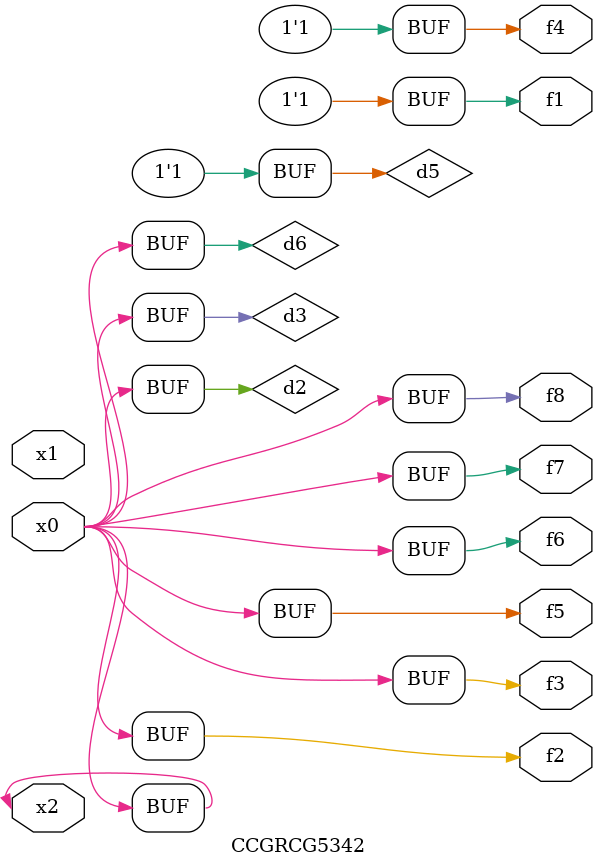
<source format=v>
module CCGRCG5342(
	input x0, x1, x2,
	output f1, f2, f3, f4, f5, f6, f7, f8
);

	wire d1, d2, d3, d4, d5, d6;

	xnor (d1, x2);
	buf (d2, x0, x2);
	and (d3, x0);
	xnor (d4, x1, x2);
	nand (d5, d1, d3);
	buf (d6, d2, d3);
	assign f1 = d5;
	assign f2 = d6;
	assign f3 = d6;
	assign f4 = d5;
	assign f5 = d6;
	assign f6 = d6;
	assign f7 = d6;
	assign f8 = d6;
endmodule

</source>
